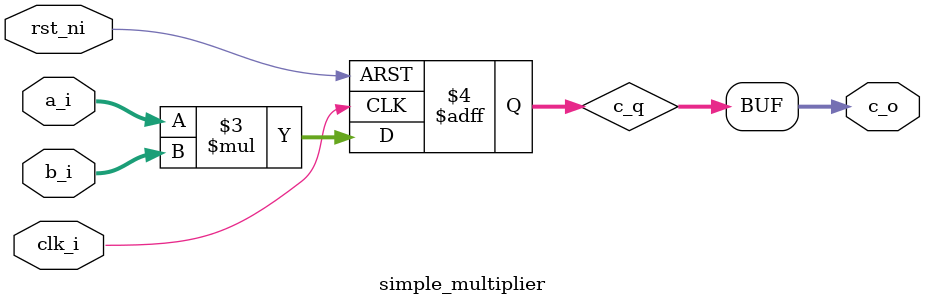
<source format=v>
`timescale 1ns / 1ps


module simple_multiplier #(
    parameter WIDTH_A = 24,
    parameter WIDTH_B = 18
)(
    input clk_i,
    input rst_ni,
    
    input signed [WIDTH_A-1:0] a_i,
    input signed [WIDTH_B-1:0] b_i,
    
    output signed [WIDTH_A+WIDTH_B-1:0] c_o
    );
    
// declare signals
reg [WIDTH_A+WIDTH_B-1:0] c_q;

// connect outputs
assign c_o = c_q;

// sequential block
always @(posedge clk_i or negedge rst_ni) begin
    if (~rst_ni) begin
        c_q <= 0;
    end else begin
        c_q <= a_i * b_i;
    end
end

    
endmodule

</source>
